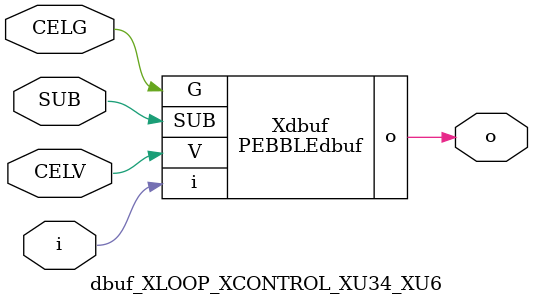
<source format=v>



module PEBBLEdbuf ( o, G, SUB, V, i );

  input V;
  input i;
  input G;
  output o;
  input SUB;
endmodule

//Celera Confidential Do Not Copy dbuf_XLOOP_XCONTROL_XU34_XU6
//Celera Confidential Symbol Generator
//Digital Buffer
module dbuf_XLOOP_XCONTROL_XU34_XU6 (CELV,CELG,i,o,SUB);
input CELV;
input CELG;
input i;
input SUB;
output o;

//Celera Confidential Do Not Copy dbuf
PEBBLEdbuf Xdbuf(
.V (CELV),
.i (i),
.o (o),
.SUB (SUB),
.G (CELG)
);
//,diesize,PEBBLEdbuf

//Celera Confidential Do Not Copy Module End
//Celera Schematic Generator
endmodule

</source>
